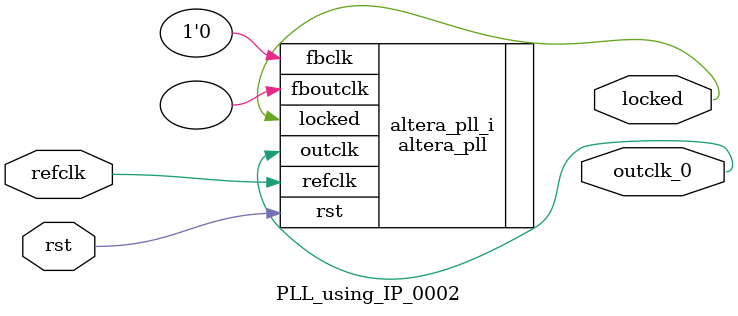
<source format=v>
`timescale 1ns/10ps
module  PLL_using_IP_0002(

	// interface 'refclk'
	input wire refclk,

	// interface 'reset'
	input wire rst,

	// interface 'outclk0'
	output wire outclk_0,

	// interface 'locked'
	output wire locked
);

	altera_pll #(
		.fractional_vco_multiplier("false"),
		.reference_clock_frequency("100.0 MHz"),
		.operation_mode("direct"),
		.number_of_clocks(1),
		.output_clock_frequency0("125.000000 MHz"),
		.phase_shift0("0 ps"),
		.duty_cycle0(50),
		.output_clock_frequency1("0 MHz"),
		.phase_shift1("0 ps"),
		.duty_cycle1(50),
		.output_clock_frequency2("0 MHz"),
		.phase_shift2("0 ps"),
		.duty_cycle2(50),
		.output_clock_frequency3("0 MHz"),
		.phase_shift3("0 ps"),
		.duty_cycle3(50),
		.output_clock_frequency4("0 MHz"),
		.phase_shift4("0 ps"),
		.duty_cycle4(50),
		.output_clock_frequency5("0 MHz"),
		.phase_shift5("0 ps"),
		.duty_cycle5(50),
		.output_clock_frequency6("0 MHz"),
		.phase_shift6("0 ps"),
		.duty_cycle6(50),
		.output_clock_frequency7("0 MHz"),
		.phase_shift7("0 ps"),
		.duty_cycle7(50),
		.output_clock_frequency8("0 MHz"),
		.phase_shift8("0 ps"),
		.duty_cycle8(50),
		.output_clock_frequency9("0 MHz"),
		.phase_shift9("0 ps"),
		.duty_cycle9(50),
		.output_clock_frequency10("0 MHz"),
		.phase_shift10("0 ps"),
		.duty_cycle10(50),
		.output_clock_frequency11("0 MHz"),
		.phase_shift11("0 ps"),
		.duty_cycle11(50),
		.output_clock_frequency12("0 MHz"),
		.phase_shift12("0 ps"),
		.duty_cycle12(50),
		.output_clock_frequency13("0 MHz"),
		.phase_shift13("0 ps"),
		.duty_cycle13(50),
		.output_clock_frequency14("0 MHz"),
		.phase_shift14("0 ps"),
		.duty_cycle14(50),
		.output_clock_frequency15("0 MHz"),
		.phase_shift15("0 ps"),
		.duty_cycle15(50),
		.output_clock_frequency16("0 MHz"),
		.phase_shift16("0 ps"),
		.duty_cycle16(50),
		.output_clock_frequency17("0 MHz"),
		.phase_shift17("0 ps"),
		.duty_cycle17(50),
		.pll_type("General"),
		.pll_subtype("General")
	) altera_pll_i (
		.rst	(rst),
		.outclk	({outclk_0}),
		.locked	(locked),
		.fboutclk	( ),
		.fbclk	(1'b0),
		.refclk	(refclk)
	);
endmodule


</source>
